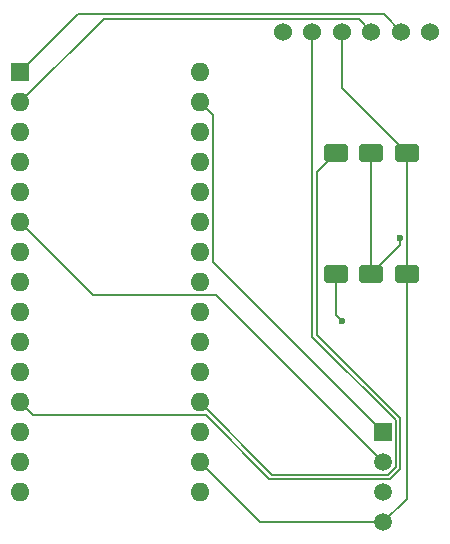
<source format=gbr>
%TF.GenerationSoftware,KiCad,Pcbnew,8.0.0*%
%TF.CreationDate,2025-02-20T01:15:31+05:30*%
%TF.ProjectId,Capstone_Moon,43617073-746f-46e6-955f-4d6f6f6e2e6b,rev?*%
%TF.SameCoordinates,Original*%
%TF.FileFunction,Copper,L1,Top*%
%TF.FilePolarity,Positive*%
%FSLAX46Y46*%
G04 Gerber Fmt 4.6, Leading zero omitted, Abs format (unit mm)*
G04 Created by KiCad (PCBNEW 8.0.0) date 2025-02-20 01:15:31*
%MOMM*%
%LPD*%
G01*
G04 APERTURE LIST*
G04 Aperture macros list*
%AMRoundRect*
0 Rectangle with rounded corners*
0 $1 Rounding radius*
0 $2 $3 $4 $5 $6 $7 $8 $9 X,Y pos of 4 corners*
0 Add a 4 corners polygon primitive as box body*
4,1,4,$2,$3,$4,$5,$6,$7,$8,$9,$2,$3,0*
0 Add four circle primitives for the rounded corners*
1,1,$1+$1,$2,$3*
1,1,$1+$1,$4,$5*
1,1,$1+$1,$6,$7*
1,1,$1+$1,$8,$9*
0 Add four rect primitives between the rounded corners*
20,1,$1+$1,$2,$3,$4,$5,0*
20,1,$1+$1,$4,$5,$6,$7,0*
20,1,$1+$1,$6,$7,$8,$9,0*
20,1,$1+$1,$8,$9,$2,$3,0*%
G04 Aperture macros list end*
%TA.AperFunction,SMDPad,CuDef*%
%ADD10RoundRect,0.250000X-0.750000X-0.512000X0.750000X-0.512000X0.750000X0.512000X-0.750000X0.512000X0*%
%TD*%
%TA.AperFunction,ComponentPad*%
%ADD11R,1.600000X1.600000*%
%TD*%
%TA.AperFunction,ComponentPad*%
%ADD12O,1.600000X1.600000*%
%TD*%
%TA.AperFunction,ComponentPad*%
%ADD13R,1.500000X1.500000*%
%TD*%
%TA.AperFunction,ComponentPad*%
%ADD14C,1.500000*%
%TD*%
%TA.AperFunction,ComponentPad*%
%ADD15C,1.524000*%
%TD*%
%TA.AperFunction,ViaPad*%
%ADD16C,0.600000*%
%TD*%
%TA.AperFunction,Conductor*%
%ADD17C,0.200000*%
%TD*%
G04 APERTURE END LIST*
D10*
%TO.P,M2,1,PWM*%
%TO.N,Net-(M2-PWM)*%
X149000000Y-90000000D03*
%TO.P,M2,2,+*%
%TO.N,12Vin*%
X152000000Y-90000000D03*
%TO.P,M2,3,-*%
%TO.N,GND*%
X155000000Y-90000000D03*
%TD*%
D11*
%TO.P,U1,1,D0/TX*%
%TO.N,Net-(U1-D0{slash}TX)*%
X122260000Y-72960000D03*
D12*
%TO.P,U1,2,D1/RX*%
%TO.N,Net-(U1-D1{slash}RX)*%
X122260000Y-75500000D03*
%TO.P,U1,3,RST*%
%TO.N,unconnected-(U1-RST-Pad3)*%
X122260000Y-78040000D03*
%TO.P,U1,4,GND*%
%TO.N,unconnected-(U1-GND-Pad4)*%
X122260000Y-80580000D03*
%TO.P,U1,5,D2*%
%TO.N,unconnected-(U1-D2-Pad5)*%
X122260000Y-83120000D03*
%TO.P,U1,6,D3*%
%TO.N,Net-(U1-D3)*%
X122260000Y-85660000D03*
%TO.P,U1,7,D4*%
%TO.N,unconnected-(U1-D4-Pad7)*%
X122260000Y-88200000D03*
%TO.P,U1,8,D5*%
%TO.N,unconnected-(U1-D5-Pad8)*%
X122260000Y-90740000D03*
%TO.P,U1,9,D6*%
%TO.N,unconnected-(U1-D6-Pad9)*%
X122260000Y-93280000D03*
%TO.P,U1,10,D7*%
%TO.N,unconnected-(U1-D7-Pad10)*%
X122260000Y-95820000D03*
%TO.P,U1,11,D8*%
%TO.N,unconnected-(U1-D8-Pad11)*%
X122260000Y-98360000D03*
%TO.P,U1,12,D9*%
%TO.N,Net-(M1-PWM)*%
X122260000Y-100900000D03*
%TO.P,U1,13,D10*%
%TO.N,unconnected-(U1-D10-Pad13)*%
X122260000Y-103440000D03*
%TO.P,U1,14,D11*%
%TO.N,Net-(M2-PWM)*%
X122260000Y-105980000D03*
%TO.P,U1,15,D12*%
%TO.N,unconnected-(U1-D12-Pad15)*%
X122260000Y-108520000D03*
%TO.P,U1,16,Vin*%
%TO.N,12Vin*%
X137500000Y-108520000D03*
%TO.P,U1,17,GND*%
%TO.N,GND*%
X137500000Y-105980000D03*
%TO.P,U1,18,RST*%
%TO.N,unconnected-(U1-RST-Pad18)*%
X137500000Y-103440000D03*
%TO.P,U1,19,5V*%
%TO.N,Net-(U1-5V)*%
X137500000Y-100900000D03*
%TO.P,U1,20,A7*%
%TO.N,unconnected-(U1-A7-Pad20)*%
X137500000Y-98360000D03*
%TO.P,U1,21,A6*%
%TO.N,unconnected-(U1-A6-Pad21)*%
X137500000Y-95820000D03*
%TO.P,U1,22,A5*%
%TO.N,unconnected-(U1-A5-Pad22)*%
X137500000Y-93280000D03*
%TO.P,U1,23,A4*%
%TO.N,unconnected-(U1-A4-Pad23)*%
X137500000Y-90740000D03*
%TO.P,U1,24,A3*%
%TO.N,unconnected-(U1-A3-Pad24)*%
X137500000Y-88200000D03*
%TO.P,U1,25,A2*%
%TO.N,unconnected-(U1-A2-Pad25)*%
X137500000Y-85660000D03*
%TO.P,U1,26,A1*%
%TO.N,unconnected-(U1-A1-Pad26)*%
X137500000Y-83120000D03*
%TO.P,U1,27,A0*%
%TO.N,unconnected-(U1-A0-Pad27)*%
X137500000Y-80580000D03*
%TO.P,U1,28,AREF*%
%TO.N,unconnected-(U1-AREF-Pad28)*%
X137500000Y-78040000D03*
%TO.P,U1,29,3V3*%
%TO.N,Net-(U1-3V3)*%
X137500000Y-75500000D03*
%TO.P,U1,30,D13*%
%TO.N,unconnected-(U1-D13-Pad30)*%
X137500000Y-72960000D03*
%TD*%
D13*
%TO.P,U2,1,VDD*%
%TO.N,Net-(U1-3V3)*%
X153000000Y-103420000D03*
D14*
%TO.P,U2,2,DATA*%
%TO.N,Net-(U1-D3)*%
X153000000Y-105960000D03*
%TO.P,U2,3,NC*%
%TO.N,unconnected-(U2-NC-Pad3)*%
X153000000Y-108500000D03*
%TO.P,U2,4,GND*%
%TO.N,GND*%
X153000000Y-111040000D03*
%TD*%
D15*
%TO.P,U3,1,EN*%
%TO.N,unconnected-(U3-EN-Pad1)*%
X144500000Y-69500000D03*
%TO.P,U3,2,VCC*%
%TO.N,Net-(U1-5V)*%
X147000000Y-69500000D03*
%TO.P,U3,3,GND*%
%TO.N,GND*%
X149500000Y-69500000D03*
%TO.P,U3,4,TX*%
%TO.N,Net-(U1-D1{slash}RX)*%
X152000000Y-69500000D03*
%TO.P,U3,5,RX*%
%TO.N,Net-(U1-D0{slash}TX)*%
X154500000Y-69500000D03*
%TO.P,U3,6,STATE*%
%TO.N,unconnected-(U3-STATE-Pad6)*%
X157000000Y-69500000D03*
%TD*%
D10*
%TO.P,M1,1,PWM*%
%TO.N,Net-(M1-PWM)*%
X149000000Y-79756000D03*
%TO.P,M1,2,+*%
%TO.N,12Vin*%
X152000000Y-79756000D03*
%TO.P,M1,3,-*%
%TO.N,GND*%
X155000000Y-79756000D03*
%TD*%
D16*
%TO.N,12Vin*%
X154400000Y-87000000D03*
%TO.N,Net-(M2-PWM)*%
X149500000Y-94000000D03*
%TD*%
D17*
%TO.N,GND*%
X149500000Y-69500000D02*
X149500000Y-74256000D01*
X142560000Y-111040000D02*
X153000000Y-111040000D01*
X137500000Y-105980000D02*
X142560000Y-111040000D01*
X155000000Y-90000000D02*
X155000000Y-109040000D01*
X155000000Y-109040000D02*
X153000000Y-111040000D01*
X155000000Y-79756000D02*
X155000000Y-90000000D01*
X149500000Y-74256000D02*
X155000000Y-79756000D01*
%TO.N,Net-(M1-PWM)*%
X137955635Y-102000000D02*
X123360000Y-102000000D01*
X143365635Y-107410000D02*
X137955635Y-102000000D01*
X154450000Y-102204315D02*
X154450000Y-106560611D01*
X149000000Y-79756000D02*
X147400000Y-81356000D01*
X154450000Y-106560611D02*
X153600610Y-107410000D01*
X123360000Y-102000000D02*
X122260000Y-100900000D01*
X153600610Y-107410000D02*
X143365635Y-107410000D01*
X147400000Y-81356000D02*
X147400000Y-95154314D01*
X147400000Y-95154314D02*
X154450000Y-102204315D01*
%TO.N,12Vin*%
X152000000Y-90000000D02*
X154400000Y-87600000D01*
X154400000Y-87600000D02*
X154400000Y-87000000D01*
X152000000Y-79756000D02*
X152000000Y-90000000D01*
%TO.N,Net-(M2-PWM)*%
X149000000Y-93500000D02*
X149500000Y-94000000D01*
X149000000Y-90000000D02*
X149000000Y-93500000D01*
%TO.N,Net-(U1-D3)*%
X153000000Y-105960000D02*
X138880000Y-91840000D01*
X128440000Y-91840000D02*
X122260000Y-85660000D01*
X138880000Y-91840000D02*
X128440000Y-91840000D01*
%TO.N,Net-(U1-5V)*%
X143610000Y-107010000D02*
X137500000Y-100900000D01*
X147000000Y-69500000D02*
X147000000Y-95320000D01*
X154050000Y-106394925D02*
X153434925Y-107010000D01*
X153434925Y-107010000D02*
X143610000Y-107010000D01*
X154050000Y-102370000D02*
X154050000Y-106394925D01*
X147000000Y-95320000D02*
X154050000Y-102370000D01*
%TO.N,Net-(U1-D1{slash}RX)*%
X150938000Y-68438000D02*
X129322000Y-68438000D01*
X129322000Y-68438000D02*
X122260000Y-75500000D01*
X152000000Y-69500000D02*
X150938000Y-68438000D01*
%TO.N,Net-(U1-D0{slash}TX)*%
X154500000Y-69500000D02*
X153038000Y-68038000D01*
X127182000Y-68038000D02*
X122260000Y-72960000D01*
X153038000Y-68038000D02*
X127182000Y-68038000D01*
%TO.N,Net-(U1-3V3)*%
X138600000Y-89020000D02*
X138600000Y-76600000D01*
X153000000Y-103420000D02*
X138600000Y-89020000D01*
X138600000Y-76600000D02*
X137500000Y-75500000D01*
%TD*%
M02*

</source>
